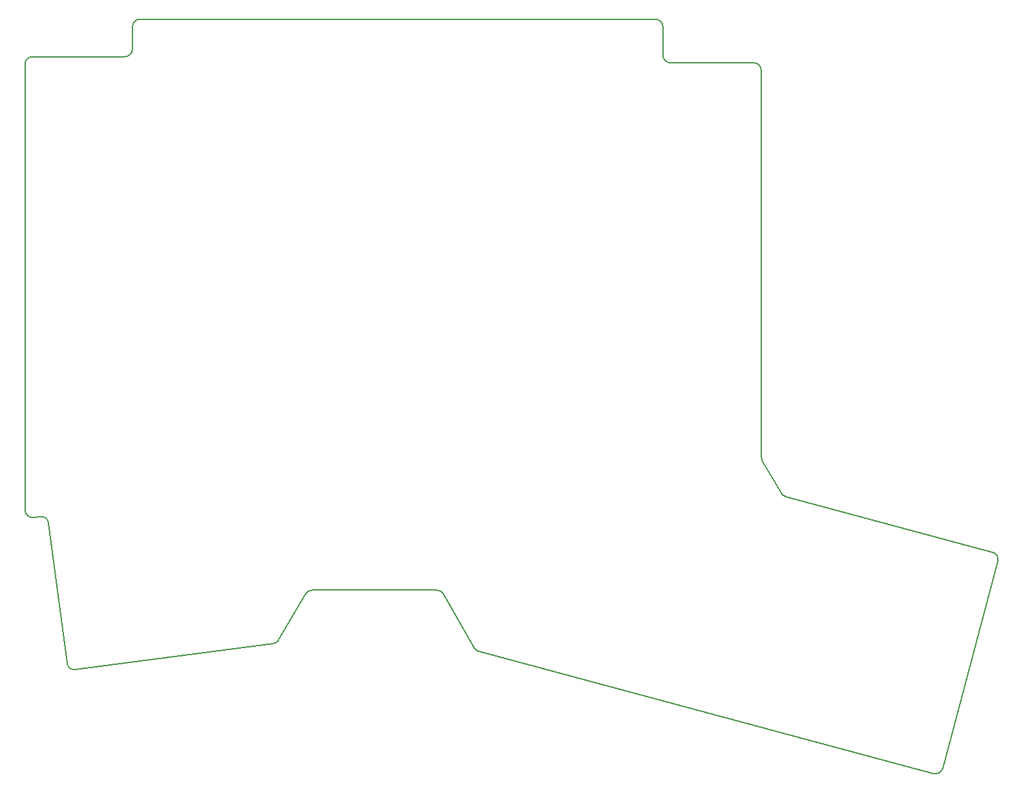
<source format=gm1>
G04 #@! TF.GenerationSoftware,KiCad,Pcbnew,7.0.5*
G04 #@! TF.CreationDate,2024-01-08T16:38:30+08:00*
G04 #@! TF.ProjectId,awkb_v2_mx,61776b62-5f76-4325-9f6d-782e6b696361,rev?*
G04 #@! TF.SameCoordinates,Original*
G04 #@! TF.FileFunction,Profile,NP*
%FSLAX46Y46*%
G04 Gerber Fmt 4.6, Leading zero omitted, Abs format (unit mm)*
G04 Created by KiCad (PCBNEW 7.0.5) date 2024-01-08 16:38:30*
%MOMM*%
%LPD*%
G01*
G04 APERTURE LIST*
G04 #@! TA.AperFunction,Profile*
%ADD10C,0.150000*%
G04 #@! TD*
G04 APERTURE END LIST*
D10*
X172432333Y-58898294D02*
X172432333Y-62613900D01*
X185451978Y-115648394D02*
X187922516Y-119927491D01*
X207857138Y-156644725D02*
G75*
G03*
X209081867Y-155937680I258762J966025D01*
G01*
X143668384Y-133135059D02*
X147754146Y-140221685D01*
X142804530Y-132638800D02*
X126498814Y-132638800D01*
X143668405Y-133135047D02*
G75*
G03*
X142804530Y-132638800I-863905J-503853D01*
G01*
X126498814Y-132638812D02*
G75*
G03*
X125633952Y-133136790I-14J-999988D01*
G01*
X216328823Y-128891763D02*
G75*
G03*
X215621692Y-127667012I-966023J258763D01*
G01*
X171432333Y-57898294D02*
X103939848Y-57898294D01*
X121388919Y-139639202D02*
X95485573Y-143051275D01*
X207857121Y-156644787D02*
X148361211Y-140687573D01*
X88854690Y-122128118D02*
G75*
G03*
X89985278Y-123119562I1000110J118D01*
G01*
X121388923Y-139639235D02*
G75*
G03*
X122121903Y-139151978I-130623J991435D01*
G01*
X172432306Y-58898294D02*
G75*
G03*
X171432333Y-57898294I-1000006J-6D01*
G01*
X101939848Y-62817048D02*
G75*
G03*
X102939848Y-61817000I-48J1000048D01*
G01*
X89854752Y-62817000D02*
X101939848Y-62817000D01*
X102939848Y-61817000D02*
X102939848Y-58898294D01*
X185318003Y-64613900D02*
X185318003Y-115148394D01*
X91959249Y-123868739D02*
X94363421Y-142189955D01*
X103939848Y-57898348D02*
G75*
G03*
X102939848Y-58898294I-48J-999952D01*
G01*
X187922498Y-119927501D02*
G75*
G03*
X188529246Y-120393289I866002J500001D01*
G01*
X216328799Y-128891757D02*
X209081867Y-155937680D01*
X90837223Y-123007402D02*
X89985278Y-123119563D01*
X184318003Y-63613900D02*
X173432333Y-63613900D01*
X215621692Y-127667011D02*
X188529246Y-120393289D01*
X88854752Y-63817000D02*
X88854752Y-122128118D01*
X94363358Y-142189963D02*
G75*
G03*
X95485573Y-143051275I991542J130163D01*
G01*
X89854752Y-62816952D02*
G75*
G03*
X88854752Y-63817000I48J-1000048D01*
G01*
X185318000Y-64613900D02*
G75*
G03*
X184318003Y-63613900I-1000000J0D01*
G01*
X172432400Y-62613900D02*
G75*
G03*
X173432333Y-63613900I999900J-100D01*
G01*
X147754143Y-140221687D02*
G75*
G03*
X148361211Y-140687573I865857J499787D01*
G01*
X91959154Y-123868751D02*
G75*
G03*
X90837223Y-123007402I-991454J-130049D01*
G01*
X125633952Y-133136790D02*
X122121904Y-139151978D01*
X185318003Y-115148394D02*
G75*
G03*
X185451979Y-115648394I999597J-106D01*
G01*
M02*

</source>
